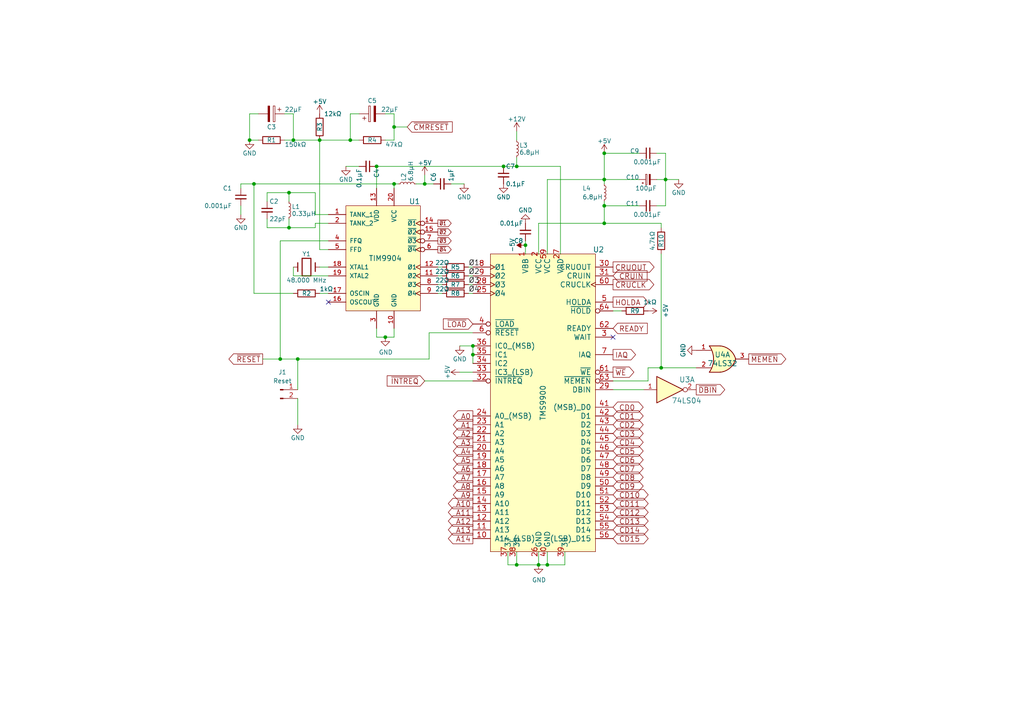
<source format=kicad_sch>
(kicad_sch (version 20211123) (generator eeschema)
  (paper "A4")
  (title_block (title "TI-99/22") (date "2022-06-23") (rev "0.75") (company "Dan Werner - https://github.com/danwerner21/ti99_22") (comment 1 "CPU and Clock Generator") (comment 3 "was based on the HackMac KiCAD Design") (comment 4 "Based Robert Krenicki's design which") (comment 5 "Original - https://github.com/rkrenicki/TI99-Motherboard"))
  (lib_symbols
    (symbol "74xx:74LS04"
      (property "Reference" "U" (at 0 1.27 0))
      (property "Value" "74LS04" (at 0 -1.27 0))
      (symbol "74LS04_1_0"
        (polyline (pts (xy -3.81 3.81) (xy -3.81 -3.81) (xy 3.81 0) (xy -3.81 3.81)) (stroke (width 0.254)) (fill (type background)))
        (pin input line (at -7.62 0 0) (length 3.81) (name "~") (number "1"))
        (pin output inverted (at 7.62 0 180) (length 3.81) (name "~") (number "2"))
      )
      (symbol "74LS04_2_0"
        (polyline (pts (xy -3.81 3.81) (xy -3.81 -3.81) (xy 3.81 0) (xy -3.81 3.81)) (stroke (width 0.254)) (fill (type background)))
        (pin input line (at -7.62 0 0) (length 3.81) (name "~") (number "3"))
        (pin output inverted (at 7.62 0 180) (length 3.81) (name "~") (number "4"))
      )
      (symbol "74LS04_3_0"
        (polyline (pts (xy -3.81 3.81) (xy -3.81 -3.81) (xy 3.81 0) (xy -3.81 3.81)) (stroke (width 0.254)) (fill (type background)))
        (pin input line (at -7.62 0 0) (length 3.81) (name "~") (number "5"))
        (pin output inverted (at 7.62 0 180) (length 3.81) (name "~") (number "6"))
      )
      (symbol "74LS04_4_0"
        (polyline (pts (xy -3.81 3.81) (xy -3.81 -3.81) (xy 3.81 0) (xy -3.81 3.81)) (stroke (width 0.254)) (fill (type background)))
        (pin output inverted (at 7.62 0 180) (length 3.81) (name "~") (number "8"))
        (pin input line (at -7.62 0 0) (length 3.81) (name "~") (number "9"))
      )
      (symbol "74LS04_5_0"
        (polyline (pts (xy -3.81 3.81) (xy -3.81 -3.81) (xy 3.81 0) (xy -3.81 3.81)) (stroke (width 0.254)) (fill (type background)))
        (pin output inverted (at 7.62 0 180) (length 3.81) (name "~") (number "10"))
        (pin input line (at -7.62 0 0) (length 3.81) (name "~") (number "11"))
      )
      (symbol "74LS04_6_0"
        (polyline (pts (xy -3.81 3.81) (xy -3.81 -3.81) (xy 3.81 0) (xy -3.81 3.81)) (stroke (width 0.254)) (fill (type background)))
        (pin output inverted (at 7.62 0 180) (length 3.81) (name "~") (number "12"))
        (pin input line (at -7.62 0 0) (length 3.81) (name "~") (number "13"))
      )
      (symbol "74LS04_7_0"
        (pin power_in line (at 0 12.7 270) (length 5.08) (name "VCC") (number "14"))
        (pin power_in line (at 0 -12.7 90) (length 5.08) (name "GND") (number "7"))
      )
      (symbol "74LS04_7_1"
        (rectangle (start -5.08 7.62) (end 5.08 -7.62) (stroke (width 0.254)) (fill (type background)))
      )
    )
    (symbol "74xx:74LS32" (pin_names (offset 1.016))
      (property "Reference" "U" (at 0 1.27 0))
      (property "Value" "74LS32" (at 0 -1.27 0))
      (symbol "74LS32_1_1"
        (arc (start -3.81 -3.81) (mid -2.589 0) (end -3.81 3.81) (stroke (width 0.254)))
        (arc (start -0.6096 -3.81) (mid 2.1855 -2.584) (end 3.81 0) (stroke (width 0.254)) (fill (type background)))
        (polyline (pts (xy -3.81 -3.81) (xy -0.635 -3.81)) (stroke (width 0.254)) (fill (type background)))
        (polyline (pts (xy -3.81 3.81) (xy -0.635 3.81)) (stroke (width 0.254)) (fill (type background)))
        (polyline (pts (xy -0.635 3.81) (xy -3.81 3.81) (xy -3.81 3.81) (xy -3.556 3.4036) (xy -3.0226 2.2606) (xy -2.6924 1.0414) (xy -2.6162 -0.254) (xy -2.7686 -1.4986) (xy -3.175 -2.7178) (xy -3.81 -3.81) (xy -3.81 -3.81) (xy -0.635 -3.81)) (stroke (width -25.4)) (fill (type background)))
        (arc (start 3.81 0) (mid 2.1928 2.5925) (end -0.6096 3.81) (stroke (width 0.254)) (fill (type background)))
        (pin input line (at -7.62 2.54 0) (length 4.318) (name "~") (number "1"))
        (pin input line (at -7.62 -2.54 0) (length 4.318) (name "~") (number "2"))
        (pin output line (at 7.62 0 180) (length 3.81) (name "~") (number "3"))
      )
      (symbol "74LS32_1_2"
        (arc (start 0 -3.81) (mid 3.81 0) (end 0 3.81) (stroke (width 0.254)) (fill (type background)))
        (polyline (pts (xy 0 3.81) (xy -3.81 3.81) (xy -3.81 -3.81) (xy 0 -3.81)) (stroke (width 0.254)) (fill (type background)))
        (pin input inverted (at -7.62 2.54 0) (length 3.81) (name "~") (number "1"))
        (pin input inverted (at -7.62 -2.54 0) (length 3.81) (name "~") (number "2"))
        (pin output inverted (at 7.62 0 180) (length 3.81) (name "~") (number "3"))
      )
      (symbol "74LS32_2_1"
        (arc (start -3.81 -3.81) (mid -2.589 0) (end -3.81 3.81) (stroke (width 0.254)))
        (arc (start -0.6096 -3.81) (mid 2.1855 -2.584) (end 3.81 0) (stroke (width 0.254)) (fill (type background)))
        (polyline (pts (xy -3.81 -3.81) (xy -0.635 -3.81)) (stroke (width 0.254)) (fill (type background)))
        (polyline (pts (xy -3.81 3.81) (xy -0.635 3.81)) (stroke (width 0.254)) (fill (type background)))
        (polyline (pts (xy -0.635 3.81) (xy -3.81 3.81) (xy -3.81 3.81) (xy -3.556 3.4036) (xy -3.0226 2.2606) (xy -2.6924 1.0414) (xy -2.6162 -0.254) (xy -2.7686 -1.4986) (xy -3.175 -2.7178) (xy -3.81 -3.81) (xy -3.81 -3.81) (xy -0.635 -3.81)) (stroke (width -25.4)) (fill (type background)))
        (arc (start 3.81 0) (mid 2.1928 2.5925) (end -0.6096 3.81) (stroke (width 0.254)) (fill (type background)))
        (pin input line (at -7.62 2.54 0) (length 4.318) (name "~") (number "4"))
        (pin input line (at -7.62 -2.54 0) (length 4.318) (name "~") (number "5"))
        (pin output line (at 7.62 0 180) (length 3.81) (name "~") (number "6"))
      )
      (symbol "74LS32_2_2"
        (arc (start 0 -3.81) (mid 3.81 0) (end 0 3.81) (stroke (width 0.254)) (fill (type background)))
        (polyline (pts (xy 0 3.81) (xy -3.81 3.81) (xy -3.81 -3.81) (xy 0 -3.81)) (stroke (width 0.254)) (fill (type background)))
        (pin input inverted (at -7.62 2.54 0) (length 3.81) (name "~") (number "4"))
        (pin input inverted (at -7.62 -2.54 0) (length 3.81) (name "~") (number "5"))
        (pin output inverted (at 7.62 0 180) (length 3.81) (name "~") (number "6"))
      )
      (symbol "74LS32_3_1"
        (arc (start -3.81 -3.81) (mid -2.589 0) (end -3.81 3.81) (stroke (width 0.254)))
        (arc (start -0.6096 -3.81) (mid 2.1855 -2.584) (end 3.81 0) (stroke (width 0.254)) (fill (type background)))
        (polyline (pts (xy -3.81 -3.81) (xy -0.635 -3.81)) (stroke (width 0.254)) (fill (type background)))
        (polyline (pts (xy -3.81 3.81) (xy -0.635 3.81)) (stroke (width 0.254)) (fill (type background)))
        (polyline (pts (xy -0.635 3.81) (xy -3.81 3.81) (xy -3.81 3.81) (xy -3.556 3.4036) (xy -3.0226 2.2606) (xy -2.6924 1.0414) (xy -2.6162 -0.254) (xy -2.7686 -1.4986) (xy -3.175 -2.7178) (xy -3.81 -3.81) (xy -3.81 -3.81) (xy -0.635 -3.81)) (stroke (width -25.4)) (fill (type background)))
        (arc (start 3.81 0) (mid 2.1928 2.5925) (end -0.6096 3.81) (stroke (width 0.254)) (fill (type background)))
        (pin input line (at -7.62 -2.54 0) (length 4.318) (name "~") (number "10"))
        (pin output line (at 7.62 0 180) (length 3.81) (name "~") (number "8"))
        (pin input line (at -7.62 2.54 0) (length 4.318) (name "~") (number "9"))
      )
      (symbol "74LS32_3_2"
        (arc (start 0 -3.81) (mid 3.81 0) (end 0 3.81) (stroke (width 0.254)) (fill (type background)))
        (polyline (pts (xy 0 3.81) (xy -3.81 3.81) (xy -3.81 -3.81) (xy 0 -3.81)) (stroke (width 0.254)) (fill (type background)))
        (pin input inverted (at -7.62 -2.54 0) (length 3.81) (name "~") (number "10"))
        (pin output inverted (at 7.62 0 180) (length 3.81) (name "~") (number "8"))
        (pin input inverted (at -7.62 2.54 0) (length 3.81) (name "~") (number "9"))
      )
      (symbol "74LS32_4_1"
        (arc (start -3.81 -3.81) (mid -2.589 0) (end -3.81 3.81) (stroke (width 0.254)))
        (arc (start -0.6096 -3.81) (mid 2.1855 -2.584) (end 3.81 0) (stroke (width 0.254)) (fill (type background)))
        (polyline (pts (xy -3.81 -3.81) (xy -0.635 -3.81)) (stroke (width 0.254)) (fill (type background)))
        (polyline (pts (xy -3.81 3.81) (xy -0.635 3.81)) (stroke (width 0.254)) (fill (type background)))
        (polyline (pts (xy -0.635 3.81) (xy -3.81 3.81) (xy -3.81 3.81) (xy -3.556 3.4036) (xy -3.0226 2.2606) (xy -2.6924 1.0414) (xy -2.6162 -0.254) (xy -2.7686 -1.4986) (xy -3.175 -2.7178) (xy -3.81 -3.81) (xy -3.81 -3.81) (xy -0.635 -3.81)) (stroke (width -25.4)) (fill (type background)))
        (arc (start 3.81 0) (mid 2.1928 2.5925) (end -0.6096 3.81) (stroke (width 0.254)) (fill (type background)))
        (pin output line (at 7.62 0 180) (length 3.81) (name "~") (number "11"))
        (pin input line (at -7.62 2.54 0) (length 4.318) (name "~") (number "12"))
        (pin input line (at -7.62 -2.54 0) (length 4.318) (name "~") (number "13"))
      )
      (symbol "74LS32_4_2"
        (arc (start 0 -3.81) (mid 3.81 0) (end 0 3.81) (stroke (width 0.254)) (fill (type background)))
        (polyline (pts (xy 0 3.81) (xy -3.81 3.81) (xy -3.81 -3.81) (xy 0 -3.81)) (stroke (width 0.254)) (fill (type background)))
        (pin output inverted (at 7.62 0 180) (length 3.81) (name "~") (number "11"))
        (pin input inverted (at -7.62 2.54 0) (length 3.81) (name "~") (number "12"))
        (pin input inverted (at -7.62 -2.54 0) (length 3.81) (name "~") (number "13"))
      )
      (symbol "74LS32_5_0"
        (pin power_in line (at 0 12.7 270) (length 5.08) (name "VCC") (number "14"))
        (pin power_in line (at 0 -12.7 90) (length 5.08) (name "GND") (number "7"))
      )
      (symbol "74LS32_5_1"
        (rectangle (start -5.08 7.62) (end 5.08 -7.62) (stroke (width 0.254)) (fill (type background)))
      )
    )
    (symbol "Connector:Conn_01x02_Male" (pin_names (offset 1.016) hide)
      (property "Reference" "J" (at 0 2.54 0))
      (property "Value" "Conn_01x02_Male" (at 0 -5.08 0))
      (symbol "Conn_01x02_Male_1_1"
        (polyline (pts (xy 1.27 -2.54) (xy 0.8636 -2.54)) (stroke (width 0.1524)))
        (polyline (pts (xy 1.27 0) (xy 0.8636 0)) (stroke (width 0.1524)))
        (rectangle (start 0.8636 -2.413) (end 0 -2.667) (stroke (width 0.1524)) (fill (type outline)))
        (rectangle (start 0.8636 0.127) (end 0 -0.127) (stroke (width 0.1524)) (fill (type outline)))
        (pin passive line (at 5.08 0 180) (length 3.81) (name "Pin_1") (number "1"))
        (pin passive line (at 5.08 -2.54 180) (length 3.81) (name "Pin_2") (number "2"))
      )
    )
    (symbol "Console-rescue:+12V" (power) (pin_names (offset 0))
      (property "Value" "+12V" (at 0 3.556 0))
      (symbol "+12V_0_1"
        (polyline (pts (xy -0.762 1.27) (xy 0 2.54)))
        (polyline (pts (xy 0 0) (xy 0 2.54)))
        (polyline (pts (xy 0 2.54) (xy 0.762 1.27)))
      )
      (symbol "+12V_1_1"
        (pin power_in line (at 0 0 90) (length 0) hide (name "+12V") (number "1"))
      )
    )
    (symbol "Console-rescue:+5V" (power) (pin_names (offset 0))
      (property "Value" "+5V" (at 0 3.556 0))
      (symbol "+5V_0_1"
        (polyline (pts (xy -0.762 1.27) (xy 0 2.54)))
        (polyline (pts (xy 0 0) (xy 0 2.54)))
        (polyline (pts (xy 0 2.54) (xy 0.762 1.27)))
      )
      (symbol "+5V_1_1"
        (pin power_in line (at 0 0 90) (length 0) hide (name "+5V") (number "1"))
      )
    )
    (symbol "Console-rescue:-5V" (power) (pin_names (offset 0))
      (property "Value" "-5V" (at 0 3.81 0))
      (symbol "-5V_0_0"
        (pin power_in line (at 0 0 90) (length 0) hide (name "-5V") (number "1"))
      )
      (symbol "-5V_0_1"
        (polyline (pts (xy 0 0) (xy 0 1.27) (xy 0.762 1.27) (xy 0 2.54) (xy -0.762 1.27) (xy 0 1.27)) (fill (type outline)))
      )
    )
    (symbol "Console-rescue:Crystal" (pin_numbers hide) (pin_names (offset 1.016) hide)
      (property "Reference" "Y" (at 0 3.81 0))
      (property "Value" "Crystal" (at 0 -3.81 0))
      (symbol "Crystal_0_1"
        (rectangle (start -1.27 2.54) (end 1.27 -2.54) (stroke (width 0.3048)))
        (polyline (pts (xy -2.54 -1.27) (xy -2.54 1.27)) (stroke (width 0.3048)))
        (polyline (pts (xy 2.54 -1.27) (xy 2.54 1.27)) (stroke (width 0.3048)))
      )
      (symbol "Crystal_1_1"
        (pin passive line (at -3.81 0 0) (length 1.27) (name "1") (number "1"))
        (pin passive line (at 3.81 0 180) (length 1.27) (name "2") (number "2"))
      )
    )
    (symbol "Console-rescue:GND" (power) (pin_names (offset 0))
      (property "Value" "GND" (at 0 -3.81 0))
      (symbol "GND_0_1"
        (polyline (pts (xy 0 0) (xy 0 -1.27) (xy 1.27 -1.27) (xy 0 -2.54) (xy -1.27 -1.27) (xy 0 -1.27)))
      )
      (symbol "GND_1_1"
        (pin power_in line (at 0 0 270) (length 0) hide (name "GND") (number "1"))
      )
    )
    (symbol "Console-rescue:L_Small" (pin_numbers hide) (pin_names (offset 0.254) hide)
      (property "Reference" "L" (at 0.762 1.016 0))
      (property "Value" "L_Small" (at 0.762 -1.016 0))
      (symbol "L_Small_0_1"
        (arc (start 0 -2.032) (mid 0.508 -1.524) (end 0 -1.016))
        (arc (start 0 -1.016) (mid 0.508 -0.508) (end 0 0))
        (arc (start 0 0) (mid 0.508 0.508) (end 0 1.016))
        (arc (start 0 1.016) (mid 0.508 1.524) (end 0 2.032))
      )
      (symbol "L_Small_1_1"
        (pin passive line (at 0 2.54 270) (length 0.508) (name "~") (number "1"))
        (pin passive line (at 0 -2.54 90) (length 0.508) (name "~") (number "2"))
      )
    )
    (symbol "Console-rescue:R" (pin_numbers hide) (pin_names (offset 0))
      (property "Reference" "R" (at 2.032 0 90))
      (property "Value" "R" (at 0 0 90))
      (symbol "R_0_1"
        (rectangle (start -1.016 -2.54) (end 1.016 2.54) (stroke (width 0.254)))
      )
      (symbol "R_1_1"
        (pin passive line (at 0 3.81 270) (length 1.27) (name "~") (number "1"))
        (pin passive line (at 0 -3.81 90) (length 1.27) (name "~") (number "2"))
      )
    )
    (symbol "Device:CP" (pin_numbers hide) (pin_names (offset 0.254))
      (property "Reference" "C" (at 0.635 2.54 0))
      (property "Value" "Device_CP" (at 0.635 -2.54 0))
      (symbol "CP_0_1"
        (rectangle (start -2.286 0.508) (end 2.286 1.016))
        (polyline (pts (xy -1.778 2.286) (xy -0.762 2.286)))
        (polyline (pts (xy -1.27 2.794) (xy -1.27 1.778)))
        (rectangle (start 2.286 -0.508) (end -2.286 -1.016) (fill (type outline)))
      )
      (symbol "CP_1_1"
        (pin passive line (at 0 3.81 270) (length 2.794) (name "~") (number "1"))
        (pin passive line (at 0 -3.81 90) (length 2.794) (name "~") (number "2"))
      )
    )
    (symbol "Device:CP_Small" (pin_numbers hide) (pin_names (offset 0.254) hide)
      (property "Reference" "C" (at 0.254 1.778 0))
      (property "Value" "Device_CP_Small" (at 0.254 -2.032 0))
      (symbol "CP_Small_0_1"
        (rectangle (start -1.524 -0.3048) (end 1.524 -0.6858) (fill (type outline)))
        (rectangle (start -1.524 0.6858) (end 1.524 0.3048))
        (polyline (pts (xy -1.27 1.524) (xy -0.762 1.524)))
        (polyline (pts (xy -1.016 1.27) (xy -1.016 1.778)))
      )
      (symbol "CP_Small_1_1"
        (pin passive line (at 0 2.54 270) (length 1.8542) (name "~") (number "1"))
        (pin passive line (at 0 -2.54 90) (length 1.8542) (name "~") (number "2"))
      )
    )
    (symbol "TI-Customs:C_Small" (pin_numbers hide) (pin_names (offset 0.254) hide)
      (property "Reference" "C" (at 0.254 1.778 0))
      (property "Value" "C_Small" (at 0.254 -2.032 0))
      (symbol "C_Small_0_1"
        (polyline (pts (xy -1.524 -0.508) (xy 1.524 -0.508)) (stroke (width 0.3302)))
        (polyline (pts (xy -1.524 0.508) (xy 1.524 0.508)) (stroke (width 0.3048)))
      )
      (symbol "C_Small_1_1"
        (pin passive line (at 0 2.54 270) (length 1.905) (name "~") (number "1"))
        (pin passive line (at 0 -2.54 90) (length 2.032) (name "~") (number "2"))
      )
    )
    (symbol "TI-Customs:TIM9904" (pin_names (offset 1.016))
      (property "Reference" "U" (at 10.16 16.51 0))
      (property "Value" "TIM9904" (at 0 0 0))
      (symbol "TIM9904_0_1"
        (rectangle (start -11.43 15.24) (end 10.16 -15.24) (fill (type background)))
      )
      (symbol "TIM9904_1_1"
        (pin input line (at -16.51 12.7 0) (length 5.08) (name "TANK_1") (number "1"))
        (pin power_in line (at 2.54 -20.32 90) (length 5.08) (name "GND") (number "10"))
        (pin output clock (at 15.24 -5.08 180) (length 5.08) (name "Ø2") (number "11"))
        (pin output clock (at 15.24 -2.54 180) (length 5.08) (name "Ø1") (number "12"))
        (pin power_in line (at -2.54 20.32 270) (length 5.08) (name "VDD") (number "13"))
        (pin output inverted_clock (at 15.24 10.16 180) (length 5.08) (name "~{Ø1}") (number "14"))
        (pin output inverted_clock (at 15.24 7.62 180) (length 5.08) (name "~{Ø2}") (number "15"))
        (pin output line (at -16.51 -12.7 0) (length 5.08) (name "OSCOUT") (number "16"))
        (pin output line (at -16.51 -10.16 0) (length 5.08) (name "OSCIN") (number "17"))
        (pin input line (at -16.51 -2.54 0) (length 5.08) (name "XTAL1") (number "18"))
        (pin input line (at -16.51 -5.08 0) (length 5.08) (name "XTAL2") (number "19"))
        (pin input line (at -16.51 10.16 0) (length 5.08) (name "TANK_2") (number "2"))
        (pin power_in line (at 2.54 20.32 270) (length 5.08) (name "VCC") (number "20"))
        (pin power_in line (at -2.54 -20.32 90) (length 5.08) (name "GND") (number "3"))
        (pin output line (at -16.51 5.08 0) (length 5.08) (name "FFQ") (number "4"))
        (pin input line (at -16.51 2.54 0) (length 5.08) (name "FFD") (number "5"))
        (pin output inverted_clock (at 15.24 2.54 180) (length 5.08) (name "~{Ø4}") (number "6"))
        (pin output inverted_clock (at 15.24 5.08 180) (length 5.08) (name "~{Ø3}") (number "7"))
        (pin output clock (at 15.24 -7.62 180) (length 5.08) (name "Ø3") (number "8"))
        (pin output clock (at 15.24 -10.16 180) (length 5.08) (name "Ø4") (number "9"))
      )
    )
    (symbol "TI-Customs:TMS9900" (pin_names (offset 1.2192))
      (property "Reference" "U" (at 15.24 44.45 0))
      (property "Value" "TMS9900" (at 0 0 90))
      (symbol "TMS9900_1_0"
        (rectangle (start -15.24 43.18) (end 15.24 -43.18) (fill (type background)))
      )
      (symbol "TMS9900_1_1"
        (pin power_in line (at -5.08 43.18 270) (length 0) (name "VBB") (number "1"))
        (pin tri_state line (at -20.32 -39.37 0) (length 5.08) (name "A14_(LSB)") (number "10"))
        (pin tri_state line (at -20.32 -36.83 0) (length 5.08) (name "A13") (number "11"))
        (pin tri_state line (at -20.32 -34.29 0) (length 5.08) (name "A12") (number "12"))
        (pin tri_state line (at -20.32 -31.75 0) (length 5.08) (name "A11") (number "13"))
        (pin tri_state line (at -20.32 -29.21 0) (length 5.08) (name "A10") (number "14"))
        (pin tri_state line (at -20.32 -26.67 0) (length 5.08) (name "A9") (number "15"))
        (pin tri_state line (at -20.32 -24.13 0) (length 5.08) (name "A8") (number "16"))
        (pin tri_state line (at -20.32 -21.59 0) (length 5.08) (name "A7") (number "17"))
        (pin tri_state line (at -20.32 -19.05 0) (length 5.08) (name "A6") (number "18"))
        (pin tri_state line (at -20.32 -16.51 0) (length 5.08) (name "A5") (number "19"))
        (pin power_in line (at -1.27 43.18 270) (length 0) (name "VCC") (number "2"))
        (pin tri_state line (at -20.32 -13.97 0) (length 5.08) (name "A4") (number "20"))
        (pin tri_state line (at -20.32 -11.43 0) (length 5.08) (name "A3") (number "21"))
        (pin tri_state line (at -20.32 -8.89 0) (length 5.08) (name "A2") (number "22"))
        (pin tri_state line (at -20.32 -6.35 0) (length 5.08) (name "A1") (number "23"))
        (pin tri_state line (at -20.32 -3.81 0) (length 5.08) (name "A0_(MSB)") (number "24"))
        (pin input clock (at -20.32 31.75 0) (length 5.08) (name "Ø4") (number "25"))
        (pin power_in line (at -1.27 -43.18 90) (length 0) (name "GND") (number "26"))
        (pin power_in line (at 5.08 43.18 270) (length 0) (name "VDD") (number "27"))
        (pin input clock (at -20.32 34.29 0) (length 5.08) (name "Ø3") (number "28"))
        (pin output line (at 20.32 3.81 180) (length 5.08) (name "DBIN") (number "29"))
        (pin output line (at 20.32 19.05 180) (length 5.08) (name "WAIT") (number "3"))
        (pin output line (at 20.32 39.37 180) (length 5.08) (name "CRUOUT") (number "30"))
        (pin input line (at 20.32 36.83 180) (length 5.08) (name "CRUIN") (number "31"))
        (pin input inverted (at -20.32 6.35 0) (length 5.08) (name "~{INTREQ}") (number "32"))
        (pin input line (at -20.32 8.89 0) (length 5.08) (name "IC3_(LSB)") (number "33"))
        (pin input line (at -20.32 11.43 0) (length 5.08) (name "IC2") (number "34"))
        (pin input line (at -20.32 13.97 0) (length 5.08) (name "IC1") (number "35"))
        (pin input line (at -20.32 16.51 0) (length 5.08) (name "IC0_(MSB)") (number "36"))
        (pin input line (at -10.16 -43.18 90) (length 0) (name "37") (number "37"))
        (pin input line (at -7.62 -43.18 90) (length 0) (name "38") (number "38"))
        (pin input line (at 6.35 -43.18 90) (length 0) (name "39") (number "39"))
        (pin input inverted (at -20.32 22.86 0) (length 5.08) (name "~{LOAD}") (number "4"))
        (pin power_in line (at 1.27 -43.18 90) (length 0) (name "GND") (number "40"))
        (pin tri_state line (at 20.32 -1.27 180) (length 5.08) (name "(MSB)_D0") (number "41"))
        (pin tri_state line (at 20.32 -3.81 180) (length 5.08) (name "D1") (number "42"))
        (pin tri_state line (at 20.32 -6.35 180) (length 5.08) (name "D2") (number "43"))
        (pin tri_state line (at 20.32 -8.89 180) (length 5.08) (name "D3") (number "44"))
        (pin tri_state line (at 20.32 -11.43 180) (length 5.08) (name "D4") (number "45"))
        (pin tri_state line (at 20.32 -13.97 180) (length 5.08) (name "D5") (number "46"))
        (pin tri_state line (at 20.32 -16.51 180) (length 5.08) (name "D6") (number "47"))
        (pin tri_state line (at 20.32 -19.05 180) (length 5.08) (name "D7") (number "48"))
        (pin tri_state line (at 20.32 -21.59 180) (length 5.08) (name "D8") (number "49"))
        (pin output line (at 20.32 29.21 180) (length 5.08) (name "HOLDA") (number "5"))
        (pin tri_state line (at 20.32 -24.13 180) (length 5.08) (name "D9") (number "50"))
        (pin tri_state line (at 20.32 -26.67 180) (length 5.08) (name "D10") (number "51"))
        (pin tri_state line (at 20.32 -29.21 180) (length 5.08) (name "D11") (number "52"))
        (pin tri_state line (at 20.32 -31.75 180) (length 5.08) (name "D12") (number "53"))
        (pin tri_state line (at 20.32 -34.29 180) (length 5.08) (name "D13") (number "54"))
        (pin tri_state line (at 20.32 -36.83 180) (length 5.08) (name "D14") (number "55"))
        (pin tri_state line (at 20.32 -39.37 180) (length 5.08) (name "(LSB)_D15") (number "56"))
        (pin power_in line (at 1.27 43.18 270) (length 0) (name "VCC") (number "59"))
        (pin input inverted (at -20.32 20.32 0) (length 5.08) (name "~{RESET}") (number "6"))
        (pin output clock (at 20.32 34.29 180) (length 5.08) (name "CRUCLK") (number "60"))
        (pin output inverted (at 20.32 8.89 180) (length 5.08) (name "~{WE}") (number "61"))
        (pin input line (at 20.32 21.59 180) (length 5.08) (name "READY") (number "62"))
        (pin output inverted (at 20.32 6.35 180) (length 5.08) (name "~{MEMEN}") (number "63"))
        (pin input inverted (at 20.32 26.67 180) (length 5.08) (name "~{HOLD}") (number "64"))
        (pin output line (at 20.32 13.97 180) (length 5.08) (name "IAQ") (number "7"))
        (pin input clock (at -20.32 39.37 0) (length 5.08) (name "Ø1") (number "8"))
        (pin input clock (at -20.32 36.83 0) (length 5.08) (name "Ø2") (number "9"))
      )
    )
  )
  (junction (at 123.19 53.34))
  (junction (at 86.36 104.14))
  (junction (at 156.21 163.83))
  (junction (at 73.66 53.34))
  (junction (at 152.4 71.12))
  (junction (at 149.86 48.26))
  (junction (at 175.26 44.45))
  (junction (at 146.05 48.26))
  (junction (at 72.39 40.64))
  (junction (at 193.04 52.07))
  (junction (at 109.22 48.26))
  (junction (at 158.75 163.83))
  (junction (at 137.16 102.87))
  (junction (at 175.26 64.77))
  (junction (at 101.6 40.64))
  (junction (at 92.71 40.64))
  (junction (at 111.76 97.79))
  (junction (at 81.28 104.14))
  (junction (at 175.26 59.69))
  (junction (at 137.16 100.33))
  (junction (at 83.82 66.04))
  (junction (at 114.3 36.83))
  (junction (at 114.3 53.34))
  (junction (at 149.86 163.83))
  (junction (at 85.09 40.64))
  (junction (at 83.82 55.88))
  (junction (at 191.77 106.68))
  (junction (at 175.26 52.07))
  (no_connect (at 177.8 97.79))
  (no_connect (at 95.25 87.63))
  (wire (pts (xy 76.2 104.14) (xy 81.28 104.14)))
  (wire (pts (xy 149.86 48.26) (xy 162.56 48.26)))
  (wire (pts (xy 193.04 59.69) (xy 190.5 59.69)))
  (wire (pts (xy 152.4 69.85) (xy 152.4 71.12)))
  (wire (pts (xy 149.86 40.64) (xy 149.86 38.1)))
  (wire (pts (xy 137.16 102.87) (xy 137.16 105.41)))
  (wire (pts (xy 185.42 44.45) (xy 175.26 44.45)))
  (wire (pts (xy 149.86 163.83) (xy 156.21 163.83)))
  (wire (pts (xy 135.89 80.01) (xy 137.16 80.01)))
  (wire (pts (xy 83.82 55.88) (xy 91.44 55.88)))
  (wire (pts (xy 135.89 77.47) (xy 137.16 77.47)))
  (wire (pts (xy 156.21 160.02) (xy 156.21 163.83)))
  (wire (pts (xy 109.22 48.26) (xy 146.05 48.26)))
  (wire (pts (xy 124.46 96.52) (xy 124.46 104.14)))
  (wire (pts (xy 118.11 36.83) (xy 114.3 36.83)))
  (wire (pts (xy 114.3 53.34) (xy 115.57 53.34)))
  (wire (pts (xy 69.85 53.34) (xy 69.85 54.61)))
  (wire (pts (xy 91.44 64.77) (xy 91.44 66.04)))
  (wire (pts (xy 135.89 85.09) (xy 137.16 85.09)))
  (wire (pts (xy 175.26 52.07) (xy 175.26 53.34)))
  (wire (pts (xy 73.66 85.09) (xy 85.09 85.09)))
  (wire (pts (xy 114.3 97.79) (xy 114.3 95.25)))
  (wire (pts (xy 191.77 106.68) (xy 201.93 106.68)))
  (wire (pts (xy 193.04 44.45) (xy 193.04 52.07)))
  (wire (pts (xy 177.8 113.03) (xy 186.69 113.03)))
  (wire (pts (xy 92.71 77.47) (xy 95.25 77.47)))
  (wire (pts (xy 114.3 40.64) (xy 111.76 40.64)))
  (wire (pts (xy 156.21 163.83) (xy 158.75 163.83)))
  (wire (pts (xy 86.36 104.14) (xy 81.28 104.14)))
  (wire (pts (xy 175.26 44.45) (xy 175.26 52.07)))
  (wire (pts (xy 193.04 52.07) (xy 190.5 52.07)))
  (wire (pts (xy 114.3 54.61) (xy 114.3 53.34)))
  (wire (pts (xy 83.82 66.04) (xy 91.44 66.04)))
  (wire (pts (xy 81.28 69.85) (xy 95.25 69.85)))
  (wire (pts (xy 92.71 40.64) (xy 101.6 40.64)))
  (wire (pts (xy 83.82 55.88) (xy 83.82 58.42)))
  (wire (pts (xy 177.8 90.17) (xy 180.34 90.17)))
  (wire (pts (xy 101.6 40.64) (xy 104.14 40.64)))
  (wire (pts (xy 130.81 53.34) (xy 134.62 53.34)))
  (wire (pts (xy 82.55 40.64) (xy 85.09 40.64)))
  (wire (pts (xy 123.19 53.34) (xy 125.73 53.34)))
  (wire (pts (xy 69.85 53.34) (xy 73.66 53.34)))
  (wire (pts (xy 152.4 71.12) (xy 152.4 73.66)))
  (wire (pts (xy 135.89 82.55) (xy 137.16 82.55)))
  (wire (pts (xy 85.09 33.02) (xy 85.09 40.64)))
  (wire (pts (xy 73.66 53.34) (xy 114.3 53.34)))
  (wire (pts (xy 175.26 59.69) (xy 175.26 64.77)))
  (wire (pts (xy 77.47 55.88) (xy 83.82 55.88)))
  (wire (pts (xy 85.09 40.64) (xy 92.71 40.64)))
  (wire (pts (xy 187.96 106.68) (xy 191.77 106.68)))
  (wire (pts (xy 123.19 53.34) (xy 123.19 50.8)))
  (wire (pts (xy 193.04 52.07) (xy 196.85 52.07)))
  (wire (pts (xy 175.26 64.77) (xy 191.77 64.77)))
  (wire (pts (xy 146.05 48.26) (xy 149.86 48.26)))
  (wire (pts (xy 91.44 55.88) (xy 91.44 62.23)))
  (wire (pts (xy 104.14 33.02) (xy 101.6 33.02)))
  (wire (pts (xy 72.39 33.02) (xy 72.39 40.64)))
  (wire (pts (xy 163.83 163.83) (xy 163.83 160.02)))
  (wire (pts (xy 127 85.09) (xy 128.27 85.09)))
  (wire (pts (xy 124.46 96.52) (xy 137.16 96.52)))
  (wire (pts (xy 120.65 53.34) (xy 123.19 53.34)))
  (wire (pts (xy 193.04 52.07) (xy 193.04 59.69)))
  (wire (pts (xy 111.76 97.79) (xy 114.3 97.79)))
  (wire (pts (xy 158.75 160.02) (xy 158.75 163.83)))
  (wire (pts (xy 92.71 40.64) (xy 92.71 72.39)))
  (wire (pts (xy 114.3 36.83) (xy 114.3 40.64)))
  (wire (pts (xy 85.09 77.47) (xy 85.09 80.01)))
  (wire (pts (xy 190.5 44.45) (xy 193.04 44.45)))
  (wire (pts (xy 77.47 63.5) (xy 77.47 66.04)))
  (wire (pts (xy 137.16 110.49) (xy 123.19 110.49)))
  (wire (pts (xy 82.55 33.02) (xy 85.09 33.02)))
  (wire (pts (xy 104.14 48.26) (xy 100.33 48.26)))
  (wire (pts (xy 83.82 63.5) (xy 83.82 66.04)))
  (wire (pts (xy 85.09 80.01) (xy 95.25 80.01)))
  (wire (pts (xy 127 80.01) (xy 128.27 80.01)))
  (wire (pts (xy 191.77 73.66) (xy 191.77 106.68)))
  (wire (pts (xy 91.44 62.23) (xy 95.25 62.23)))
  (wire (pts (xy 77.47 66.04) (xy 83.82 66.04)))
  (wire (pts (xy 149.86 48.26) (xy 149.86 45.72)))
  (wire (pts (xy 111.76 97.79) (xy 109.22 97.79)))
  (wire (pts (xy 162.56 73.66) (xy 162.56 48.26)))
  (wire (pts (xy 147.32 163.83) (xy 149.86 163.83)))
  (wire (pts (xy 69.85 59.69) (xy 69.85 62.23)))
  (wire (pts (xy 109.22 48.26) (xy 109.22 54.61)))
  (wire (pts (xy 156.21 73.66) (xy 156.21 64.77)))
  (wire (pts (xy 185.42 52.07) (xy 175.26 52.07)))
  (wire (pts (xy 158.75 52.07) (xy 175.26 52.07)))
  (wire (pts (xy 175.26 59.69) (xy 185.42 59.69)))
  (wire (pts (xy 74.93 33.02) (xy 72.39 33.02)))
  (wire (pts (xy 81.28 69.85) (xy 81.28 104.14)))
  (wire (pts (xy 158.75 163.83) (xy 163.83 163.83)))
  (wire (pts (xy 147.32 160.02) (xy 147.32 163.83)))
  (wire (pts (xy 187.96 110.49) (xy 187.96 106.68)))
  (wire (pts (xy 109.22 97.79) (xy 109.22 95.25)))
  (wire (pts (xy 86.36 104.14) (xy 86.36 113.03)))
  (wire (pts (xy 72.39 40.64) (xy 74.93 40.64)))
  (wire (pts (xy 73.66 53.34) (xy 73.66 85.09)))
  (wire (pts (xy 175.26 58.42) (xy 175.26 59.69)))
  (wire (pts (xy 86.36 115.57) (xy 86.36 123.19)))
  (wire (pts (xy 156.21 64.77) (xy 175.26 64.77)))
  (wire (pts (xy 149.86 160.02) (xy 149.86 163.83)))
  (wire (pts (xy 158.75 52.07) (xy 158.75 73.66)))
  (wire (pts (xy 177.8 110.49) (xy 187.96 110.49)))
  (wire (pts (xy 114.3 33.02) (xy 114.3 36.83)))
  (wire (pts (xy 77.47 55.88) (xy 77.47 58.42)))
  (wire (pts (xy 92.71 72.39) (xy 95.25 72.39)))
  (wire (pts (xy 127 77.47) (xy 128.27 77.47)))
  (wire (pts (xy 133.35 100.33) (xy 137.16 100.33)))
  (wire (pts (xy 101.6 33.02) (xy 101.6 40.64)))
  (wire (pts (xy 191.77 64.77) (xy 191.77 66.04)))
  (wire (pts (xy 111.76 33.02) (xy 114.3 33.02)))
  (wire (pts (xy 133.35 107.95) (xy 137.16 107.95)))
  (wire (pts (xy 92.71 85.09) (xy 95.25 85.09)))
  (wire (pts (xy 124.46 104.14) (xy 86.36 104.14)))
  (wire (pts (xy 95.25 64.77) (xy 91.44 64.77)))
  (wire (pts (xy 127 82.55) (xy 128.27 82.55)))
  (wire (pts (xy 137.16 100.33) (xy 137.16 102.87)))
  (label "Ø2" (at 135.89 80.01 0) (effects (font (size 1.524 1.524))))
  (label "Ø3" (at 135.89 82.55 0) (effects (font (size 1.524 1.524))))
  (label "Ø4" (at 135.89 85.09 0) (effects (font (size 1.524 1.524))))
  (label "Ø1" (at 135.89 77.47 0) (effects (font (size 1.524 1.524))))
  (global_label "CD6" (shape bidirectional) (at 177.8 133.35 0) (effects (font (size 1.524 1.524))) (property "Intersheet References" "${INTERSHEET_REFS}" (effects hide)))
  (global_label "CD3" (shape bidirectional) (at 177.8 125.73 0) (effects (font (size 1.524 1.524))) (property "Intersheet References" "${INTERSHEET_REFS}" (effects hide)))
  (global_label "IAQ" (shape output) (at 177.8 102.87 0) (effects (font (size 1.524 1.524))) (property "Intersheet References" "${INTERSHEET_REFS}" (effects hide)))
  (global_label "CD4" (shape bidirectional) (at 177.8 128.27 0) (effects (font (size 1.524 1.524))) (property "Intersheet References" "${INTERSHEET_REFS}" (effects hide)))
  (global_label "~{RESET}" (shape output) (at 76.2 104.14 180) (effects (font (size 1.524 1.524))) (property "Intersheet References" "${INTERSHEET_REFS}" (effects hide)))
  (global_label "A11" (shape output) (at 137.16 148.59 180) (effects (font (size 1.524 1.524))) (property "Intersheet References" "${INTERSHEET_REFS}" (effects hide)))
  (global_label "A1" (shape output) (at 137.16 123.19 180) (effects (font (size 1.524 1.524))) (property "Intersheet References" "${INTERSHEET_REFS}" (effects hide)))
  (global_label "A13" (shape output) (at 137.16 153.67 180) (effects (font (size 1.524 1.524))) (property "Intersheet References" "${INTERSHEET_REFS}" (effects hide)))
  (global_label "CD0" (shape bidirectional) (at 177.8 118.11 0) (effects (font (size 1.524 1.524))) (property "Intersheet References" "${INTERSHEET_REFS}" (effects hide)))
  (global_label "A7" (shape output) (at 137.16 138.43 180) (effects (font (size 1.524 1.524))) (property "Intersheet References" "${INTERSHEET_REFS}" (effects hide)))
  (global_label "CD2" (shape bidirectional) (at 177.8 123.19 0) (effects (font (size 1.524 1.524))) (property "Intersheet References" "${INTERSHEET_REFS}" (effects hide)))
  (global_label "A8" (shape output) (at 137.16 140.97 180) (effects (font (size 1.524 1.524))) (property "Intersheet References" "${INTERSHEET_REFS}" (effects hide)))
  (global_label "~{Ø2}" (shape output) (at 127 67.31 0) (effects (font (size 0.9906 0.9906))) (property "Intersheet References" "${INTERSHEET_REFS}" (effects hide)))
  (global_label "A2" (shape output) (at 137.16 125.73 180) (effects (font (size 1.524 1.524))) (property "Intersheet References" "${INTERSHEET_REFS}" (effects hide)))
  (global_label "A4" (shape output) (at 137.16 130.81 180) (effects (font (size 1.524 1.524))) (property "Intersheet References" "${INTERSHEET_REFS}" (effects hide)))
  (global_label "A9" (shape output) (at 137.16 143.51 180) (effects (font (size 1.524 1.524))) (property "Intersheet References" "${INTERSHEET_REFS}" (effects hide)))
  (global_label "A5" (shape output) (at 137.16 133.35 180) (effects (font (size 1.524 1.524))) (property "Intersheet References" "${INTERSHEET_REFS}" (effects hide)))
  (global_label "CRUOUT" (shape output) (at 177.8 77.47 0) (effects (font (size 1.524 1.524))) (property "Intersheet References" "${INTERSHEET_REFS}" (effects hide)))
  (global_label "CD5" (shape bidirectional) (at 177.8 130.81 0) (effects (font (size 1.524 1.524))) (property "Intersheet References" "${INTERSHEET_REFS}" (effects hide)))
  (global_label "A12" (shape output) (at 137.16 151.13 180) (effects (font (size 1.524 1.524))) (property "Intersheet References" "${INTERSHEET_REFS}" (effects hide)))
  (global_label "CD8" (shape bidirectional) (at 177.8 138.43 0) (effects (font (size 1.524 1.524))) (property "Intersheet References" "${INTERSHEET_REFS}" (effects hide)))
  (global_label "~{INTREQ}" (shape input) (at 123.19 110.49 180) (effects (font (size 1.524 1.524))) (property "Intersheet References" "${INTERSHEET_REFS}" (effects hide)))
  (global_label "~{Ø3}" (shape output) (at 127 69.85 0) (effects (font (size 0.9906 0.9906))) (property "Intersheet References" "${INTERSHEET_REFS}" (effects hide)))
  (global_label "~{Ø1}" (shape output) (at 127 64.77 0) (effects (font (size 0.9906 0.9906))) (property "Intersheet References" "${INTERSHEET_REFS}" (effects hide)))
  (global_label "A3" (shape output) (at 137.16 128.27 180) (effects (font (size 1.524 1.524))) (property "Intersheet References" "${INTERSHEET_REFS}" (effects hide)))
  (global_label "CD10" (shape bidirectional) (at 177.8 143.51 0) (effects (font (size 1.524 1.524))) (property "Intersheet References" "${INTERSHEET_REFS}" (effects hide)))
  (global_label "A0" (shape output) (at 137.16 120.65 180) (effects (font (size 1.524 1.524))) (property "Intersheet References" "${INTERSHEET_REFS}" (effects hide)))
  (global_label "~{Ø4}" (shape output) (at 127 72.39 0) (effects (font (size 0.9906 0.9906))) (property "Intersheet References" "${INTERSHEET_REFS}" (effects hide)))
  (global_label "CD14" (shape bidirectional) (at 177.8 153.67 0) (effects (font (size 1.524 1.524))) (property "Intersheet References" "${INTERSHEET_REFS}" (effects hide)))
  (global_label "CRUCLK" (shape output) (at 177.8 82.55 0) (effects (font (size 1.524 1.524))) (property "Intersheet References" "${INTERSHEET_REFS}" (effects hide)))
  (global_label "CD9" (shape bidirectional) (at 177.8 140.97 0) (effects (font (size 1.524 1.524))) (property "Intersheet References" "${INTERSHEET_REFS}" (effects hide)))
  (global_label "CD11" (shape bidirectional) (at 177.8 146.05 0) (effects (font (size 1.524 1.524))) (property "Intersheet References" "${INTERSHEET_REFS}" (effects hide)))
  (global_label "HOLDA" (shape output) (at 177.8 87.63 0) (effects (font (size 1.524 1.524))) (property "Intersheet References" "${INTERSHEET_REFS}" (effects hide)))
  (global_label "CD12" (shape bidirectional) (at 177.8 148.59 0) (effects (font (size 1.524 1.524))) (property "Intersheet References" "${INTERSHEET_REFS}" (effects hide)))
  (global_label "CD15" (shape bidirectional) (at 177.8 156.21 0) (effects (font (size 1.524 1.524))) (property "Intersheet References" "${INTERSHEET_REFS}" (effects hide)))
  (global_label "A6" (shape output) (at 137.16 135.89 180) (effects (font (size 1.524 1.524))) (property "Intersheet References" "${INTERSHEET_REFS}" (effects hide)))
  (global_label "~{MEMEN}" (shape output) (at 217.17 104.14 0) (effects (font (size 1.524 1.524))) (property "Intersheet References" "${INTERSHEET_REFS}" (effects hide)))
  (global_label "~{DBIN}" (shape output) (at 201.93 113.03 0) (effects (font (size 1.524 1.524))) (property "Intersheet References" "${INTERSHEET_REFS}" (effects hide)))
  (global_label "A14" (shape output) (at 137.16 156.21 180) (effects (font (size 1.524 1.524))) (property "Intersheet References" "${INTERSHEET_REFS}" (effects hide)))
  (global_label "CRUIN" (shape input) (at 177.8 80.01 0) (effects (font (size 1.524 1.524))) (property "Intersheet References" "${INTERSHEET_REFS}" (effects hide)))
  (global_label "READY" (shape input) (at 177.8 95.25 0) (effects (font (size 1.524 1.524))) (property "Intersheet References" "${INTERSHEET_REFS}" (effects hide)))
  (global_label "CD1" (shape bidirectional) (at 177.8 120.65 0) (effects (font (size 1.524 1.524))) (property "Intersheet References" "${INTERSHEET_REFS}" (effects hide)))
  (global_label "CD7" (shape bidirectional) (at 177.8 135.89 0) (effects (font (size 1.524 1.524))) (property "Intersheet References" "${INTERSHEET_REFS}" (effects hide)))
  (global_label "~{WE}" (shape output) (at 177.8 107.95 0) (effects (font (size 1.524 1.524))) (property "Intersheet References" "${INTERSHEET_REFS}" (effects hide)))
  (global_label "~{CMRESET}" (shape input) (at 118.11 36.83 0) (effects (font (size 1.524 1.524))) (property "Intersheet References" "${INTERSHEET_REFS}" (effects hide)))
  (global_label "~{LOAD}" (shape input) (at 137.16 93.98 180) (effects (font (size 1.524 1.524))) (property "Intersheet References" "${INTERSHEET_REFS}" (effects hide)))
  (global_label "CD13" (shape bidirectional) (at 177.8 151.13 0) (effects (font (size 1.524 1.524))) (property "Intersheet References" "${INTERSHEET_REFS}" (effects hide)))
  (global_label "A10" (shape output) (at 137.16 146.05 180) (effects (font (size 1.524 1.524))) (property "Intersheet References" "${INTERSHEET_REFS}" (effects hide)))
  (symbol (lib_id "TI-Customs:TMS9900") (at 157.48 116.84 0) (unit 1)
    (property "Reference" "U2" (at 175.26 72.39 0) (effects (font (size 1.524 1.524)) (justify right)))
    (property "Value" "TMS9900" (at 157.48 116.84 90) (effects (font (size 1.524 1.524))))
    (property "Footprint" "Package_DIP:DIP-64_W22.86mm_Socket_LongPads" (effects hide))
  )
  (symbol (lib_id "TI-Customs:TIM9904") (at 111.76 74.93 0) (unit 1)
    (property "Reference" "U1" (at 121.92 58.42 0) (effects (font (size 1.524 1.524)) (justify right)))
    (property "Value" "TIM9904" (at 111.76 74.93 0) (effects (font (size 1.524 1.524))))
    (property "Footprint" "Package_DIP:DIP-20_W7.62mm_Socket_LongPads" (effects hide))
  )
  (symbol (lib_id "Console-rescue:R") (at 132.08 77.47 270) (unit 1)
    (property "Reference" "R5" (at 132.08 77.47 90))
    (property "Value" "22Ω" (at 128.27 76.2 90))
    (property "Footprint" "Resistor_THT:R_Axial_DIN0207_L6.3mm_D2.5mm_P7.62mm_Horizontal" (effects hide))
  )
  (symbol (lib_id "Console-rescue:R") (at 132.08 80.01 270) (unit 1)
    (property "Reference" "R6" (at 132.08 80.01 90))
    (property "Value" "22Ω" (at 128.27 78.74 90))
    (property "Footprint" "Resistor_THT:R_Axial_DIN0207_L6.3mm_D2.5mm_P7.62mm_Horizontal" (effects hide))
  )
  (symbol (lib_id "Console-rescue:R") (at 132.08 82.55 270) (unit 1)
    (property "Reference" "R7" (at 132.08 82.55 90))
    (property "Value" "22Ω" (at 128.27 81.28 90))
    (property "Footprint" "Resistor_THT:R_Axial_DIN0207_L6.3mm_D2.5mm_P7.62mm_Horizontal" (effects hide))
  )
  (symbol (lib_id "Console-rescue:R") (at 132.08 85.09 270) (unit 1)
    (property "Reference" "R8" (at 132.08 85.09 90))
    (property "Value" "22Ω" (at 128.27 83.82 90))
    (property "Footprint" "Resistor_THT:R_Axial_DIN0207_L6.3mm_D2.5mm_P7.62mm_Horizontal" (effects hide))
  )
  (symbol (lib_id "Console-rescue:GND") (at 133.35 100.33 0) (unit 1)
    (property "Reference" "#PWR08" (effects hide))
    (property "Value" "GND" (at 133.35 104.14 0))
  )
  (symbol (lib_id "Console-rescue:+5V") (at 133.35 107.95 90) (unit 1)
    (property "Reference" "#PWR09" (effects hide))
    (property "Value" "+5V" (at 129.794 107.95 0))
  )
  (symbol (lib_id "Console-rescue:Crystal") (at 88.9 77.47 0) (unit 1)
    (property "Reference" "Y1" (at 88.9 73.66 0))
    (property "Value" "48.000 MHz" (at 88.9 81.28 0))
    (property "Footprint" "Crystal:Crystal_HC49-U_Vertical" (effects hide))
  )
  (symbol (lib_id "Console-rescue:R") (at 107.95 40.64 270) (unit 1)
    (property "Reference" "R4" (at 107.95 40.64 90))
    (property "Value" "47kΩ" (at 111.76 41.91 90) (effects (justify left)))
    (property "Footprint" "Resistor_THT:R_Axial_DIN0207_L6.3mm_D2.5mm_P7.62mm_Horizontal" (effects hide))
  )
  (symbol (lib_id "Device:CP") (at 107.95 33.02 90) (unit 1)
    (property "Reference" "C5" (at 107.95 29.21 90))
    (property "Value" "22µF" (at 115.57 31.75 90) (effects (justify left)))
    (property "Footprint" "Capacitor_THT:CP_Radial_D7.5mm_P2.50mm" (effects hide))
  )
  (symbol (lib_id "Console-rescue:R") (at 92.71 36.83 0) (unit 1)
    (property "Reference" "R3" (at 92.71 36.83 90))
    (property "Value" "12kΩ" (at 93.98 33.02 0) (effects (justify left)))
    (property "Footprint" "Resistor_THT:R_Axial_DIN0207_L6.3mm_D2.5mm_P7.62mm_Horizontal" (effects hide))
  )
  (symbol (lib_id "Console-rescue:+5V") (at 92.71 33.02 0) (unit 1)
    (property "Reference" "#PWR04" (effects hide))
    (property "Value" "+5V" (at 92.71 29.464 0))
  )
  (symbol (lib_id "Console-rescue:R") (at 78.74 40.64 270) (unit 1)
    (property "Reference" "R1" (at 78.74 40.64 90))
    (property "Value" "150kΩ" (at 82.55 41.91 90) (effects (justify left)))
    (property "Footprint" "Resistor_THT:R_Axial_DIN0207_L6.3mm_D2.5mm_P7.62mm_Horizontal" (effects hide))
  )
  (symbol (lib_id "Device:CP") (at 78.74 33.02 270) (unit 1)
    (property "Reference" "C3" (at 78.74 36.83 90))
    (property "Value" "22µF" (at 82.55 31.75 90) (effects (justify left)))
    (property "Footprint" "Capacitor_THT:CP_Radial_D7.5mm_P2.50mm" (effects hide))
  )
  (symbol (lib_id "Console-rescue:GND") (at 72.39 40.64 0) (unit 1)
    (property "Reference" "#PWR02" (effects hide))
    (property "Value" "GND" (at 72.39 44.45 0))
  )
  (symbol (lib_id "TI-Customs:C_Small") (at 77.47 60.96 0) (unit 1)
    (property "Reference" "C2" (at 78.105 58.42 0) (effects (justify left)))
    (property "Value" "22pF" (at 78.105 63.5 0) (effects (justify left)))
    (property "Footprint" "Capacitor_THT:C_Rect_L7.0mm_W2.0mm_P5.00mm" (effects hide))
  )
  (symbol (lib_id "Console-rescue:R") (at 88.9 85.09 270) (unit 1)
    (property "Reference" "R2" (at 88.9 85.09 90))
    (property "Value" "1kΩ" (at 92.71 83.82 90) (effects (justify left)))
    (property "Footprint" "Resistor_THT:R_Axial_DIN0207_L6.3mm_D2.5mm_P7.62mm_Horizontal" (effects hide))
  )
  (symbol (lib_id "Console-rescue:+5V") (at 123.19 50.8 0) (unit 1)
    (property "Reference" "#PWR07" (effects hide))
    (property "Value" "+5V" (at 123.19 47.244 0))
  )
  (symbol (lib_id "Console-rescue:L_Small") (at 118.11 53.34 90) (unit 1)
    (property "Reference" "L2" (at 117.094 52.578 0) (effects (justify left)))
    (property "Value" "6.8µH" (at 119.126 52.578 0) (effects (justify left)))
    (property "Footprint" "Resistor_THT:R_Axial_DIN0207_L6.3mm_D2.5mm_P7.62mm_Horizontal" (effects hide))
  )
  (symbol (lib_id "TI-Customs:C_Small") (at 69.85 57.15 0) (unit 1)
    (property "Reference" "C1" (at 67.31 54.61 0) (effects (justify right)))
    (property "Value" "0.001µF" (at 67.31 59.69 0) (effects (justify right)))
    (property "Footprint" "Capacitor_THT:C_Rect_L7.0mm_W2.0mm_P5.00mm" (effects hide))
  )
  (symbol (lib_id "Console-rescue:GND") (at 69.85 62.23 0) (unit 1)
    (property "Reference" "#PWR01" (effects hide))
    (property "Value" "GND" (at 69.85 66.04 0))
  )
  (symbol (lib_id "74xx:74LS04") (at 194.31 113.03 0) (unit 1)
    (property "Reference" "U3" (at 199.263 110.109 0) (effects (font (size 1.524 1.524))))
    (property "Value" "74LS04" (at 199.136 116.205 0) (effects (font (size 1.524 1.524))))
    (property "Footprint" "Package_DIP:DIP-14_W7.62mm_Socket_LongPads" (effects hide))
  )
  (symbol (lib_id "TI-Customs:C_Small") (at 128.27 53.34 90) (unit 1)
    (property "Reference" "C6" (at 125.73 52.705 0) (effects (justify left)))
    (property "Value" "1µF" (at 130.81 52.705 0) (effects (justify left)))
    (property "Footprint" "Capacitor_THT:C_Rect_L7.0mm_W2.0mm_P5.00mm" (effects hide))
  )
  (symbol (lib_id "Console-rescue:GND") (at 134.62 53.34 0) (unit 1)
    (property "Reference" "#PWR010" (effects hide))
    (property "Value" "GND" (at 134.62 57.15 0))
  )
  (symbol (lib_id "Console-rescue:+12V") (at 149.86 38.1 0) (unit 1)
    (property "Reference" "#PWR012" (effects hide))
    (property "Value" "+12V" (at 149.86 34.544 0))
  )
  (symbol (lib_id "TI-Customs:C_Small") (at 106.68 48.26 270) (unit 1)
    (property "Reference" "C4" (at 109.22 48.895 0) (effects (justify left)))
    (property "Value" "0.1µF" (at 104.14 48.895 0) (effects (justify left)))
    (property "Footprint" "Capacitor_THT:C_Rect_L7.0mm_W2.0mm_P5.00mm" (effects hide))
  )
  (symbol (lib_id "Console-rescue:GND") (at 100.33 48.26 0) (unit 1)
    (property "Reference" "#PWR05" (effects hide))
    (property "Value" "GND" (at 100.33 52.07 0))
  )
  (symbol (lib_id "Console-rescue:L_Small") (at 149.86 43.18 0) (unit 1)
    (property "Reference" "L3" (at 150.622 42.164 0) (effects (justify left)))
    (property "Value" "6.8µH" (at 150.622 44.196 0) (effects (justify left)))
    (property "Footprint" "Resistor_THT:R_Axial_DIN0207_L6.3mm_D2.5mm_P7.62mm_Horizontal" (effects hide))
  )
  (symbol (lib_id "Console-rescue:L_Small") (at 83.82 60.96 0) (unit 1)
    (property "Reference" "L1" (at 84.582 59.944 0) (effects (justify left)))
    (property "Value" "0.33µH" (at 84.582 61.976 0) (effects (justify left)))
    (property "Footprint" "Resistor_THT:R_Axial_DIN0207_L6.3mm_D2.5mm_P7.62mm_Horizontal" (effects hide))
  )
  (symbol (lib_id "TI-Customs:C_Small") (at 146.05 50.8 0) (unit 1)
    (property "Reference" "C7" (at 146.685 48.26 0) (effects (justify left)))
    (property "Value" "0.1µF" (at 146.685 53.34 0) (effects (justify left)))
    (property "Footprint" "Capacitor_THT:C_Rect_L7.0mm_W2.0mm_P5.00mm" (effects hide))
  )
  (symbol (lib_id "Console-rescue:GND") (at 146.05 53.34 0) (unit 1)
    (property "Reference" "#PWR011" (effects hide))
    (property "Value" "GND" (at 146.05 57.15 0))
  )
  (symbol (lib_id "Console-rescue:R") (at 184.15 90.17 270) (unit 1)
    (property "Reference" "R9" (at 184.15 90.17 90))
    (property "Value" "1kΩ" (at 190.5 87.63 90) (effects (justify right)))
    (property "Footprint" "Resistor_THT:R_Axial_DIN0207_L6.3mm_D2.5mm_P7.62mm_Horizontal" (effects hide))
  )
  (symbol (lib_id "Console-rescue:+5V") (at 187.96 90.17 270) (unit 1)
    (property "Reference" "#PWR017" (effects hide))
    (property "Value" "+5V" (at 193.04 90.17 0))
  )
  (symbol (lib_id "Console-rescue:R") (at 191.77 69.85 0) (unit 1)
    (property "Reference" "R10" (at 191.77 69.85 90))
    (property "Value" "4.7kΩ" (at 189.23 69.85 90))
    (property "Footprint" "Resistor_THT:R_Axial_DIN0207_L6.3mm_D2.5mm_P7.62mm_Horizontal" (effects hide))
  )
  (symbol (lib_id "TI-Customs:C_Small") (at 187.96 59.69 90) (unit 1)
    (property "Reference" "C11" (at 185.42 59.055 90) (effects (justify left)))
    (property "Value" "0.001µF" (at 191.77 62.23 90) (effects (justify left)))
    (property "Footprint" "Capacitor_THT:C_Rect_L7.0mm_W2.0mm_P5.00mm" (effects hide))
  )
  (symbol (lib_id "Device:CP_Small") (at 187.96 52.07 90) (unit 1)
    (property "Reference" "C10" (at 185.42 51.435 90) (effects (justify left)))
    (property "Value" "100µF" (at 190.5 54.61 90) (effects (justify left)))
    (property "Footprint" "Capacitor_THT:CP_Radial_D7.5mm_P2.50mm" (effects hide))
  )
  (symbol (lib_id "Console-rescue:GND") (at 196.85 52.07 0) (unit 1)
    (property "Reference" "#PWR018" (effects hide))
    (property "Value" "GND" (at 196.85 55.88 0))
  )
  (symbol (lib_id "Console-rescue:L_Small") (at 175.26 55.88 0) (unit 1)
    (property "Reference" "L4" (at 168.91 54.61 0) (effects (justify left)))
    (property "Value" "6.8µH" (at 168.91 57.15 0) (effects (justify left)))
    (property "Footprint" "Resistor_THT:R_Axial_DIN0207_L6.3mm_D2.5mm_P7.62mm_Horizontal" (effects hide))
  )
  (symbol (lib_id "Console-rescue:+5V") (at 175.26 44.45 0) (unit 1)
    (property "Reference" "#PWR016" (effects hide))
    (property "Value" "+5V" (at 175.26 40.894 0))
  )
  (symbol (lib_id "TI-Customs:C_Small") (at 152.4 67.31 180) (unit 1)
    (property "Reference" "C8" (at 151.765 69.85 0) (effects (justify left)))
    (property "Value" "0.01µF" (at 151.765 64.77 0) (effects (justify left)))
    (property "Footprint" "Capacitor_THT:C_Rect_L7.0mm_W2.0mm_P5.00mm" (effects hide))
  )
  (symbol (lib_id "Console-rescue:-5V") (at 152.4 71.12 90) (unit 1)
    (property "Reference" "#PWR014" (effects hide))
    (property "Value" "-5V" (at 148.59 71.12 0))
  )
  (symbol (lib_id "TI-Customs:C_Small") (at 187.96 44.45 90) (unit 1)
    (property "Reference" "C9" (at 185.42 43.815 90) (effects (justify left)))
    (property "Value" "0.001µF" (at 191.77 46.99 90) (effects (justify left)))
    (property "Footprint" "Capacitor_THT:C_Rect_L7.0mm_W2.0mm_P5.00mm" (effects hide))
  )
  (symbol (lib_id "Console-rescue:GND") (at 152.4 64.77 180) (unit 1)
    (property "Reference" "#PWR013" (effects hide))
    (property "Value" "GND" (at 152.4 60.96 0))
  )
  (symbol (lib_id "74xx:74LS32") (at 209.55 104.14 0) (unit 1)
    (property "Reference" "U4" (at 209.55 102.87 0) (effects (font (size 1.524 1.524))))
    (property "Value" "74LS32" (at 209.55 105.41 0) (effects (font (size 1.524 1.524))))
    (property "Footprint" "Package_DIP:DIP-14_W7.62mm_Socket_LongPads" (effects hide))
  )
  (symbol (lib_id "Console-rescue:GND") (at 201.93 101.6 270) (unit 1)
    (property "Reference" "#PWR019" (effects hide))
    (property "Value" "GND" (at 198.12 101.6 0))
  )
  (symbol (lib_id "Console-rescue:GND") (at 156.21 163.83 0) (unit 1)
    (property "Reference" "#PWR015" (effects hide))
    (property "Value" "GND" (at 156.337 168.2242 0))
  )
  (symbol (lib_id "Console-rescue:GND") (at 111.76 97.79 0) (unit 1)
    (property "Reference" "#PWR06" (effects hide))
    (property "Value" "GND" (at 111.887 102.1842 0))
  )
  (symbol (lib_id "Connector:Conn_01x02_Male") (at 81.28 113.03 0) (unit 1)
    (property "Reference" "J1" (at 81.915 107.95 0))
    (property "Value" "Reset" (at 81.915 110.49 0))
    (property "Footprint" "Connector_PinHeader_2.54mm:PinHeader_1x02_P2.54mm_Vertical" (effects hide))
  )
  (symbol (lib_id "Console-rescue:GND") (at 86.36 123.19 0) (unit 1)
    (property "Reference" "#PWR03" (effects hide))
    (property "Value" "GND" (at 86.36 127 0))
  )
)
</source>
